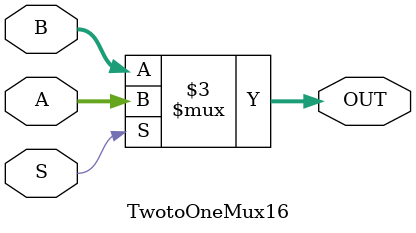
<source format=sv>
module TwotoOneMux16 (
                input logic [15:0] A, B, //16 bit inputs
                input logic S,            //select bit
                output logic [15:0] OUT        //mux output
);

	always_comb
	begin
		 OUT = B;
		 if (S)
			  OUT = A;
	end
endmodule
</source>
